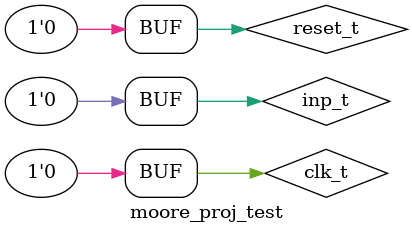
<source format=v>
module moore_proj( clk, reset, inp, out );
input inp , clk , reset;
output out;

reg [2 : 0] state;
reg out;

always @(posedge clk , posedge reset)
begin
	if (reset)
		state = 3'b000;
	else 
		begin
			case (state)

				3'b000:
					begin 
						if(inp==1) state <= 3'b001;
						else state <= 3'b000;

					end 

				3'b001:
					begin 
						if(inp==1) state <= 3'b001;
						else state <= 3'b010;
					end 

				3'b010:
					begin
						if(inp==1) state <= 3'b011;
						else state <= 3'b000;
					end


				3'b011:	

					begin 
						if(inp==1) state <= 3'b100;
						else state <= 3'b010;
					end 
				3'b100:	

					begin 
						if(inp==1) state <= 3'b001;
						else state <= 3'b010;
					end 
				default 
					state<=3'b 000;

			endcase
		end
end

always @(posedge clk , posedge reset)
begin

if (reset)
	out<=0;
else if (state == 3'b011 & inp==1)
	out<=1;
else 
	out<=0;
end

endmodule

module moore_proj_test;

reg clk_t, reset_t, inp_t;
wire out_t;

moore_proj g0  (.clk(clk_t), .reset(reset_t) , .inp(inp_t) , .out(out_t) );


initial begin  
reset_t=0; inp_t=0;clk_t=1;

#50 reset_t=0; inp_t=0;clk_t=0;

#50 inp_t=1;clk_t=1;
#50 inp_t=1;clk_t=0;

#50 inp_t=0;clk_t=1;
#50 inp_t=0;clk_t=0;

#50 inp_t=1;clk_t=1;
#50 inp_t=1;clk_t=0;

#50 inp_t=1;clk_t=1;
#50 inp_t=1;clk_t=0;

#50 inp_t=0;clk_t=1;
#50 inp_t=0;clk_t=0;

#50 inp_t=1;clk_t=1;
#50 inp_t=1;clk_t=0;

#50 inp_t=1;clk_t=1;
#50 inp_t=1;clk_t=0;

#50 inp_t=1;clk_t=1;
#50 inp_t=1;clk_t=0;

#50 inp_t=0;clk_t=1;
#50 inp_t=0;clk_t=0;

#50 inp_t=0;clk_t=1;
#50 inp_t=0;clk_t=0;
end


endmodule

</source>
